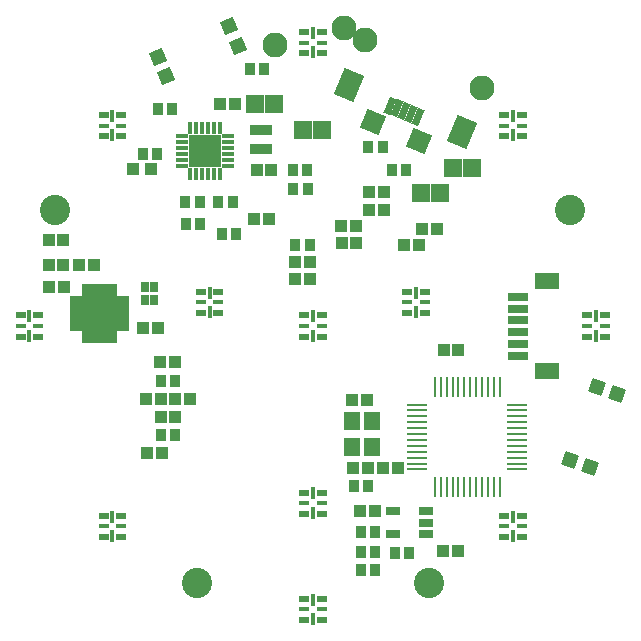
<source format=gts>
%FSTAX23Y23*%
%MOMM*%
%SFA1B1*%

%IPPOS*%
%AMD62*
4,1,4,0.000000,-0.784860,0.553720,0.556260,0.000000,0.784860,-0.553720,-0.556260,0.000000,-0.784860,0.0*
%
%AMD63*
4,1,4,0.370840,-1.452880,1.290320,0.767080,-0.370840,1.452880,-1.290320,-0.767080,0.370840,-1.452880,0.0*
%
%AMD64*
4,1,4,1.112520,0.459740,-0.459740,1.112520,-1.112520,-0.459740,0.459740,-1.112520,1.112520,0.459740,0.0*
%
%AMD70*
4,1,4,0.358140,-0.767080,0.767080,0.358140,-0.358140,0.767080,-0.767080,-0.358140,0.358140,-0.767080,0.0*
%
%AMD71*
4,1,4,0.317500,0.784860,-0.784860,0.317500,-0.317500,-0.784860,0.784860,-0.317500,0.317500,0.784860,0.0*
%
%ADD18R,1.777996X0.278999*%
%ADD19R,0.278999X1.777996*%
%ADD58R,1.002998X1.102998*%
%ADD59R,1.502997X1.602997*%
%ADD60R,1.902996X0.902998*%
%ADD61R,1.402997X1.602997*%
G04~CAMADD=62~9~0.0~0.0~572.0~237.4~0.0~0.0~0~0.0~0.0~0.0~0.0~0~0.0~0.0~0.0~0.0~0~0.0~0.0~0.0~247.5~436.0~617.0*
%ADD62D62*%
G04~CAMADD=63~9~0.0~0.0~946.1~709.8~0.0~0.0~0~0.0~0.0~0.0~0.0~0~0.0~0.0~0.0~0.0~0~0.0~0.0~0.0~247.5~1016.0~1143.0*
%ADD63D63*%
G04~CAMADD=64~10~0.0~670.6~0.0~0.0~0.0~0.0~0~0.0~0.0~0.0~0.0~0~0.0~0.0~0.0~0.0~0~0.0~0.0~0.0~337.5~670.6~0.0*
%ADD64D64*%
%ADD65R,0.952998X1.052998*%
%ADD66R,0.802998X0.952998*%
%ADD67R,1.002998X1.002998*%
%ADD68R,1.752996X0.802998*%
%ADD69R,2.002996X1.402997*%
G04~CAMADD=70~10~0.0~473.8~0.0~0.0~0.0~0.0~0~0.0~0.0~0.0~0.0~0~0.0~0.0~0.0~0.0~0~0.0~0.0~0.0~250.0~473.8~0.0*
%ADD70D70*%
G04~CAMADD=71~10~0.0~473.8~0.0~0.0~0.0~0.0~0~0.0~0.0~0.0~0.0~0~0.0~0.0~0.0~0.0~0~0.0~0.0~0.0~383.0~473.8~0.0*
%ADD71D71*%
%ADD72R,0.899998X0.599999*%
%ADD73R,0.899998X0.399999*%
%ADD74R,0.399999X1.099998*%
%ADD75R,1.302997X0.802998*%
%ADD76R,1.052998X0.452999*%
%ADD77R,0.452999X1.052998*%
%ADD78R,2.802994X2.802994*%
%ADD79R,1.149998X0.499999*%
%ADD80R,0.499999X1.149998*%
%ADD81R,2.849994X2.849994*%
%ADD82C,2.102996*%
%ADD83C,2.560995*%
%ADD84C,0.888998*%
%LNledpendantpcb-1*%
%LPD*%
G54D18*
X08832Y-06649D03*
Y-07149D03*
Y-07649D03*
Y-08149D03*
Y-08649D03*
Y-09149D03*
Y-09649D03*
Y-10149D03*
Y-10649D03*
Y-11149D03*
Y-11649D03*
Y-12149D03*
X17316D03*
Y-11649D03*
Y-11149D03*
Y-10649D03*
Y-10149D03*
Y-09649D03*
Y-09149D03*
Y-08649D03*
Y-08149D03*
Y-07649D03*
Y-07149D03*
Y-06649D03*
G54D19*
X10324Y-13641D03*
X10824D03*
X11324D03*
X11824D03*
X12324D03*
X12824D03*
X13324D03*
X13824D03*
X14324D03*
X14824D03*
X15324D03*
X15824D03*
Y-05157D03*
X15324D03*
X14824D03*
X14324D03*
X13824D03*
X13324D03*
X12824D03*
X12324D03*
X11824D03*
X11324D03*
X10824D03*
X10324D03*
G54D58*
X-22366Y07314D03*
X-21116D03*
X05974Y-12049D03*
X07224D03*
X04574Y-06249D03*
X03324D03*
X03399Y-12049D03*
X04649D03*
X11024Y-1905D03*
X12274D03*
X03999Y-15674D03*
X05249D03*
X11074Y-01999D03*
X12324D03*
X04749Y11374D03*
X05999D03*
X-07824Y18799D03*
X-06574D03*
X-04949Y09074D03*
X-03699D03*
X04774Y09849D03*
X06024D03*
X-03524Y13174D03*
X-04774D03*
X-11666Y-03049D03*
X-12916D03*
X-10441Y-06224D03*
X-11691D03*
X-14141D03*
X-12891D03*
Y-07724D03*
X-11641D03*
X-14041Y-10749D03*
X-12791D03*
X-22349Y03324D03*
X-21099D03*
X-14349Y-00174D03*
X-13099D03*
X-18574Y05199D03*
X-19824D03*
X10474Y08249D03*
X09224D03*
X08974Y06874D03*
X07724D03*
X02399Y08474D03*
X03649D03*
X02424Y06999D03*
X03674D03*
X-00224Y05399D03*
X-01474D03*
X-00249Y03949D03*
X-01499D03*
X-22374Y05199D03*
X-21124D03*
G54D59*
X00749Y16574D03*
X-00849D03*
X13474Y13399D03*
X11874D03*
X09124Y11299D03*
X10724D03*
X-03324Y18799D03*
X-04924D03*
G54D60*
X-04399Y14999D03*
Y16599D03*
G54D61*
X03274Y-10249D03*
Y-08049D03*
X04974Y-10249D03*
Y-08049D03*
G54D62*
X0652Y18664D03*
X07121Y18416D03*
X07721Y18167D03*
X08322Y17918D03*
X08922Y17669D03*
G54D63*
X12631Y16431D03*
X03022Y20411D03*
G54D64*
X08944Y15631D03*
X05063Y17238D03*
G54D65*
X-11691Y-04674D03*
X-12891D03*
X-12866Y-09224D03*
X-11666D03*
X04649Y-13549D03*
X03449D03*
X07899Y13224D03*
X06699D03*
X05899Y15124D03*
X04699D03*
X05299Y-20624D03*
X04099D03*
X06949Y-19199D03*
X08149D03*
X05249Y-17474D03*
X04049D03*
X05299Y-19149D03*
X04099D03*
X-10749Y08649D03*
X-09549D03*
X-09599Y10499D03*
X-10799D03*
X-11924Y18399D03*
X-13124D03*
X-07699Y07749D03*
X-06499D03*
X-07999Y10499D03*
X-06799D03*
X-05324Y21749D03*
X-04124D03*
X-13199Y14524D03*
X-14399D03*
X-01474Y06849D03*
X-00274D03*
X-01649Y11574D03*
X-00449D03*
X-00474Y13199D03*
X-01674D03*
G54D66*
X-14224Y02224D03*
Y03274D03*
X-13424Y02224D03*
Y03274D03*
G54D67*
X-13724Y13249D03*
X-15224D03*
G54D68*
X17324Y02474D03*
Y01474D03*
Y00474D03*
Y-00524D03*
Y-01524D03*
Y-02524D03*
G54D69*
X19849Y03774D03*
Y-03824D03*
G54D70*
X21775Y-11342D03*
X23466Y-11958D03*
X24032Y-0514D03*
X25723Y-05756D03*
G54D71*
X-0636Y23735D03*
X-07063Y25392D03*
X-12435Y21156D03*
X-13138Y22813D03*
G54D72*
X-09499Y02899D03*
Y01099D03*
X-07999Y02899D03*
Y01099D03*
X00749Y-00899D03*
Y00899D03*
X-00749Y-00899D03*
Y00899D03*
X07999Y02899D03*
Y01099D03*
X09499Y02899D03*
Y01099D03*
X00749Y-15899D03*
Y-14099D03*
X-00749Y-15899D03*
Y-14099D03*
Y-23099D03*
Y-24899D03*
X00749Y-23099D03*
Y-24899D03*
X17719Y-17869D03*
Y-16069D03*
X16219Y-17869D03*
Y-16069D03*
X23249Y00899D03*
Y-00899D03*
X24749Y00899D03*
Y-00899D03*
X17719Y16069D03*
Y17869D03*
X16219Y16069D03*
Y17869D03*
X-00749Y24899D03*
Y23099D03*
X00749Y24899D03*
Y23099D03*
X-16219Y16069D03*
Y17869D03*
X-17719Y16069D03*
Y17869D03*
X-24749Y00899D03*
Y-00899D03*
X-23249Y00899D03*
Y-00899D03*
X-16219Y-17869D03*
Y-16069D03*
X-17719Y-17869D03*
Y-16069D03*
G54D73*
X-09499Y01999D03*
X-07999D03*
X00749Y0D03*
X-00749D03*
X07999Y01999D03*
X09499D03*
X00749Y-14999D03*
X-00749D03*
Y-23999D03*
X00749D03*
X17719Y-16969D03*
X16219D03*
X23249Y0D03*
X24749D03*
X17719Y16969D03*
X16219D03*
X-00749Y23999D03*
X00749D03*
X-16219Y16969D03*
X-17719D03*
X-24749Y0D03*
X-23249D03*
X-16219Y-16969D03*
X-17719D03*
G54D74*
X-08749Y02829D03*
Y01169D03*
X0Y-00829D03*
Y00829D03*
X08749Y02829D03*
Y01169D03*
X0Y-15829D03*
Y-14169D03*
Y-23169D03*
Y-24829D03*
X16969Y-17799D03*
Y-16139D03*
X23999Y00829D03*
Y-00829D03*
X16969Y16139D03*
Y17799D03*
X0Y24829D03*
Y23169D03*
X-16969Y16139D03*
Y17799D03*
X-23999Y00829D03*
Y-00829D03*
X-16969Y-17799D03*
Y-16139D03*
G54D75*
X06774Y-17599D03*
Y-15699D03*
X09574D03*
Y-16649D03*
Y-17599D03*
G54D76*
X-11074Y16074D03*
Y15574D03*
Y15074D03*
Y14574D03*
Y14074D03*
Y13574D03*
X-07224D03*
Y14074D03*
Y14574D03*
Y15074D03*
Y15574D03*
Y16074D03*
G54D77*
X-10399Y12899D03*
X-09899D03*
X-09399D03*
X-08899D03*
X-08399D03*
X-07899D03*
Y16749D03*
X-08399D03*
X-08899D03*
X-09399D03*
X-09899D03*
X-10399D03*
G54D78*
X-09149Y14824D03*
G54D79*
X-16124Y-00174D03*
Y00324D03*
Y00824D03*
Y01324D03*
Y01824D03*
Y02324D03*
X-19974D03*
Y01824D03*
Y01324D03*
Y00824D03*
Y00324D03*
Y-00174D03*
G54D80*
X-16799Y02999D03*
X-17299D03*
X-17799D03*
X-18299D03*
X-18799D03*
X-19299D03*
Y-00849D03*
X-18799D03*
X-18299D03*
X-17799D03*
X-17299D03*
X-16799D03*
G54D81*
X-18049Y01074D03*
G54D82*
X04433Y2421D03*
X14319Y20115D03*
X-03199Y23799D03*
X02641Y25247D03*
G54D83*
X09853Y-21794D03*
X-09853D03*
X21794Y09853D03*
X-21794D03*
G54D84*
X-17499Y00524D03*
X-18599D03*
X-17499Y01624D03*
X-18599D03*
M02*
</source>
